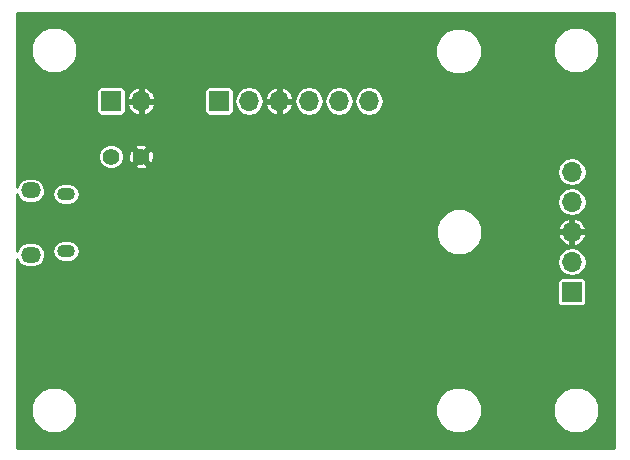
<source format=gbl>
G04 #@! TF.FileFunction,Copper,L2,Bot,Signal*
%FSLAX46Y46*%
G04 Gerber Fmt 4.6, Leading zero omitted, Abs format (unit mm)*
G04 Created by KiCad (PCBNEW 4.0.6+dfsg1-1) date Wed May  9 15:43:23 2018*
%MOMM*%
%LPD*%
G01*
G04 APERTURE LIST*
%ADD10C,0.100000*%
%ADD11C,1.400000*%
%ADD12R,1.700000X1.700000*%
%ADD13O,1.700000X1.700000*%
%ADD14O,1.500000X1.100000*%
%ADD15O,1.700000X1.350000*%
%ADD16C,2.000000*%
%ADD17C,0.254000*%
G04 APERTURE END LIST*
D10*
D11*
X136652000Y-102743000D03*
X139192000Y-102743000D03*
D12*
X136652000Y-98044000D03*
D13*
X139192000Y-98044000D03*
D12*
X145796000Y-98044000D03*
D13*
X148336000Y-98044000D03*
X150876000Y-98044000D03*
X153416000Y-98044000D03*
X155956000Y-98044000D03*
X158496000Y-98044000D03*
D12*
X175666400Y-114199000D03*
D13*
X175666400Y-111659000D03*
X175666400Y-109119000D03*
X175666400Y-106579000D03*
X175666400Y-104039000D03*
D14*
X132842000Y-105918000D03*
X132842000Y-110758000D03*
D15*
X129842000Y-105608000D03*
X129842000Y-111068000D03*
D16*
X171323000Y-109093000D03*
X157734000Y-116459000D03*
X138303000Y-114173000D03*
X139192000Y-100203000D03*
X139192000Y-100203000D03*
D17*
G36*
X179197000Y-127381000D02*
X128651000Y-127381000D01*
X128651000Y-124598316D01*
X129844657Y-124598316D01*
X130145611Y-125326680D01*
X130702389Y-125884431D01*
X131430226Y-126186655D01*
X132218316Y-126187343D01*
X132946680Y-125886389D01*
X133504431Y-125329611D01*
X133806655Y-124601774D01*
X133806663Y-124592316D01*
X164083857Y-124592316D01*
X164384811Y-125320680D01*
X164941589Y-125878431D01*
X165669426Y-126180655D01*
X166457516Y-126181343D01*
X167185880Y-125880389D01*
X167743631Y-125323611D01*
X168044799Y-124598316D01*
X174040657Y-124598316D01*
X174341611Y-125326680D01*
X174898389Y-125884431D01*
X175626226Y-126186655D01*
X176414316Y-126187343D01*
X177142680Y-125886389D01*
X177700431Y-125329611D01*
X178002655Y-124601774D01*
X178003343Y-123813684D01*
X177702389Y-123085320D01*
X177145611Y-122527569D01*
X176417774Y-122225345D01*
X175629684Y-122224657D01*
X174901320Y-122525611D01*
X174343569Y-123082389D01*
X174041345Y-123810226D01*
X174040657Y-124598316D01*
X168044799Y-124598316D01*
X168045855Y-124595774D01*
X168046543Y-123807684D01*
X167745589Y-123079320D01*
X167188811Y-122521569D01*
X166460974Y-122219345D01*
X165672884Y-122218657D01*
X164944520Y-122519611D01*
X164386769Y-123076389D01*
X164084545Y-123804226D01*
X164083857Y-124592316D01*
X133806663Y-124592316D01*
X133807343Y-123813684D01*
X133506389Y-123085320D01*
X132949611Y-122527569D01*
X132221774Y-122225345D01*
X131433684Y-122224657D01*
X130705320Y-122525611D01*
X130147569Y-123082389D01*
X129845345Y-123810226D01*
X129844657Y-124598316D01*
X128651000Y-124598316D01*
X128651000Y-113349000D01*
X174427936Y-113349000D01*
X174427936Y-115049000D01*
X174454503Y-115190190D01*
X174537946Y-115319865D01*
X174665266Y-115406859D01*
X174816400Y-115437464D01*
X176516400Y-115437464D01*
X176657590Y-115410897D01*
X176787265Y-115327454D01*
X176874259Y-115200134D01*
X176904864Y-115049000D01*
X176904864Y-113349000D01*
X176878297Y-113207810D01*
X176794854Y-113078135D01*
X176667534Y-112991141D01*
X176516400Y-112960536D01*
X174816400Y-112960536D01*
X174675210Y-112987103D01*
X174545535Y-113070546D01*
X174458541Y-113197866D01*
X174427936Y-113349000D01*
X128651000Y-113349000D01*
X128651000Y-111390339D01*
X128667266Y-111472114D01*
X128896178Y-111814705D01*
X129238769Y-112043617D01*
X129642883Y-112124000D01*
X130041117Y-112124000D01*
X130445231Y-112043617D01*
X130787822Y-111814705D01*
X131016734Y-111472114D01*
X131097117Y-111068000D01*
X131035455Y-110758000D01*
X131688842Y-110758000D01*
X131759710Y-111114278D01*
X131961526Y-111416316D01*
X132263564Y-111618132D01*
X132619842Y-111689000D01*
X133064158Y-111689000D01*
X133214978Y-111659000D01*
X174411283Y-111659000D01*
X174504987Y-112130083D01*
X174771835Y-112529448D01*
X175171200Y-112796296D01*
X175642283Y-112890000D01*
X175690517Y-112890000D01*
X176161600Y-112796296D01*
X176560965Y-112529448D01*
X176827813Y-112130083D01*
X176921517Y-111659000D01*
X176827813Y-111187917D01*
X176560965Y-110788552D01*
X176161600Y-110521704D01*
X175690517Y-110428000D01*
X175642283Y-110428000D01*
X175171200Y-110521704D01*
X174771835Y-110788552D01*
X174504987Y-111187917D01*
X174411283Y-111659000D01*
X133214978Y-111659000D01*
X133420436Y-111618132D01*
X133722474Y-111416316D01*
X133924290Y-111114278D01*
X133995158Y-110758000D01*
X133924290Y-110401722D01*
X133722474Y-110099684D01*
X133420436Y-109897868D01*
X133064158Y-109827000D01*
X132619842Y-109827000D01*
X132263564Y-109897868D01*
X131961526Y-110099684D01*
X131759710Y-110401722D01*
X131688842Y-110758000D01*
X131035455Y-110758000D01*
X131016734Y-110663886D01*
X130787822Y-110321295D01*
X130445231Y-110092383D01*
X130041117Y-110012000D01*
X129642883Y-110012000D01*
X129238769Y-110092383D01*
X128896178Y-110321295D01*
X128667266Y-110663886D01*
X128651000Y-110745661D01*
X128651000Y-109510716D01*
X164134657Y-109510716D01*
X164435611Y-110239080D01*
X164992389Y-110796831D01*
X165720226Y-111099055D01*
X166508316Y-111099743D01*
X167236680Y-110798789D01*
X167794431Y-110242011D01*
X168096655Y-109514174D01*
X168096723Y-109435980D01*
X174476911Y-109435980D01*
X174601155Y-109735964D01*
X174918344Y-110096652D01*
X175349418Y-110308501D01*
X175539400Y-110248193D01*
X175539400Y-109246000D01*
X175793400Y-109246000D01*
X175793400Y-110248193D01*
X175983382Y-110308501D01*
X176414456Y-110096652D01*
X176731645Y-109735964D01*
X176855889Y-109435980D01*
X176795027Y-109246000D01*
X175793400Y-109246000D01*
X175539400Y-109246000D01*
X174537773Y-109246000D01*
X174476911Y-109435980D01*
X168096723Y-109435980D01*
X168097276Y-108802020D01*
X174476911Y-108802020D01*
X174537773Y-108992000D01*
X175539400Y-108992000D01*
X175539400Y-107989807D01*
X175793400Y-107989807D01*
X175793400Y-108992000D01*
X176795027Y-108992000D01*
X176855889Y-108802020D01*
X176731645Y-108502036D01*
X176414456Y-108141348D01*
X175983382Y-107929499D01*
X175793400Y-107989807D01*
X175539400Y-107989807D01*
X175349418Y-107929499D01*
X174918344Y-108141348D01*
X174601155Y-108502036D01*
X174476911Y-108802020D01*
X168097276Y-108802020D01*
X168097343Y-108726084D01*
X167796389Y-107997720D01*
X167239611Y-107439969D01*
X166511774Y-107137745D01*
X165723684Y-107137057D01*
X164995320Y-107438011D01*
X164437569Y-107994789D01*
X164135345Y-108722626D01*
X164134657Y-109510716D01*
X128651000Y-109510716D01*
X128651000Y-105930339D01*
X128667266Y-106012114D01*
X128896178Y-106354705D01*
X129238769Y-106583617D01*
X129642883Y-106664000D01*
X130041117Y-106664000D01*
X130445231Y-106583617D01*
X130787822Y-106354705D01*
X131016734Y-106012114D01*
X131035454Y-105918000D01*
X131688842Y-105918000D01*
X131759710Y-106274278D01*
X131961526Y-106576316D01*
X132263564Y-106778132D01*
X132619842Y-106849000D01*
X133064158Y-106849000D01*
X133420436Y-106778132D01*
X133718457Y-106579000D01*
X174411283Y-106579000D01*
X174504987Y-107050083D01*
X174771835Y-107449448D01*
X175171200Y-107716296D01*
X175642283Y-107810000D01*
X175690517Y-107810000D01*
X176161600Y-107716296D01*
X176560965Y-107449448D01*
X176827813Y-107050083D01*
X176921517Y-106579000D01*
X176827813Y-106107917D01*
X176560965Y-105708552D01*
X176161600Y-105441704D01*
X175690517Y-105348000D01*
X175642283Y-105348000D01*
X175171200Y-105441704D01*
X174771835Y-105708552D01*
X174504987Y-106107917D01*
X174411283Y-106579000D01*
X133718457Y-106579000D01*
X133722474Y-106576316D01*
X133924290Y-106274278D01*
X133995158Y-105918000D01*
X133924290Y-105561722D01*
X133722474Y-105259684D01*
X133420436Y-105057868D01*
X133064158Y-104987000D01*
X132619842Y-104987000D01*
X132263564Y-105057868D01*
X131961526Y-105259684D01*
X131759710Y-105561722D01*
X131688842Y-105918000D01*
X131035454Y-105918000D01*
X131097117Y-105608000D01*
X131016734Y-105203886D01*
X130787822Y-104861295D01*
X130445231Y-104632383D01*
X130041117Y-104552000D01*
X129642883Y-104552000D01*
X129238769Y-104632383D01*
X128896178Y-104861295D01*
X128667266Y-105203886D01*
X128651000Y-105285661D01*
X128651000Y-104039000D01*
X174411283Y-104039000D01*
X174504987Y-104510083D01*
X174771835Y-104909448D01*
X175171200Y-105176296D01*
X175642283Y-105270000D01*
X175690517Y-105270000D01*
X176161600Y-105176296D01*
X176560965Y-104909448D01*
X176827813Y-104510083D01*
X176921517Y-104039000D01*
X176827813Y-103567917D01*
X176560965Y-103168552D01*
X176161600Y-102901704D01*
X175690517Y-102808000D01*
X175642283Y-102808000D01*
X175171200Y-102901704D01*
X174771835Y-103168552D01*
X174504987Y-103567917D01*
X174411283Y-104039000D01*
X128651000Y-104039000D01*
X128651000Y-102957081D01*
X135570813Y-102957081D01*
X135735038Y-103354537D01*
X136038863Y-103658893D01*
X136436032Y-103823812D01*
X136866081Y-103824187D01*
X137263537Y-103659962D01*
X137384588Y-103539122D01*
X138575483Y-103539122D01*
X138651216Y-103703391D01*
X139059907Y-103837235D01*
X139488707Y-103804491D01*
X139732784Y-103703391D01*
X139808517Y-103539122D01*
X139192000Y-102922605D01*
X138575483Y-103539122D01*
X137384588Y-103539122D01*
X137567893Y-103356137D01*
X137732812Y-102958968D01*
X137733115Y-102610907D01*
X138097765Y-102610907D01*
X138130509Y-103039707D01*
X138231609Y-103283784D01*
X138395878Y-103359517D01*
X139012395Y-102743000D01*
X139371605Y-102743000D01*
X139988122Y-103359517D01*
X140152391Y-103283784D01*
X140286235Y-102875093D01*
X140253491Y-102446293D01*
X140152391Y-102202216D01*
X139988122Y-102126483D01*
X139371605Y-102743000D01*
X139012395Y-102743000D01*
X138395878Y-102126483D01*
X138231609Y-102202216D01*
X138097765Y-102610907D01*
X137733115Y-102610907D01*
X137733187Y-102528919D01*
X137568962Y-102131463D01*
X137384700Y-101946878D01*
X138575483Y-101946878D01*
X139192000Y-102563395D01*
X139808517Y-101946878D01*
X139732784Y-101782609D01*
X139324093Y-101648765D01*
X138895293Y-101681509D01*
X138651216Y-101782609D01*
X138575483Y-101946878D01*
X137384700Y-101946878D01*
X137265137Y-101827107D01*
X136867968Y-101662188D01*
X136437919Y-101661813D01*
X136040463Y-101826038D01*
X135736107Y-102129863D01*
X135571188Y-102527032D01*
X135570813Y-102957081D01*
X128651000Y-102957081D01*
X128651000Y-97194000D01*
X135413536Y-97194000D01*
X135413536Y-98894000D01*
X135440103Y-99035190D01*
X135523546Y-99164865D01*
X135650866Y-99251859D01*
X135802000Y-99282464D01*
X137502000Y-99282464D01*
X137643190Y-99255897D01*
X137772865Y-99172454D01*
X137859859Y-99045134D01*
X137890464Y-98894000D01*
X137890464Y-98360982D01*
X138002499Y-98360982D01*
X138214348Y-98792056D01*
X138575036Y-99109245D01*
X138875020Y-99233489D01*
X139065000Y-99172627D01*
X139065000Y-98171000D01*
X139319000Y-98171000D01*
X139319000Y-99172627D01*
X139508980Y-99233489D01*
X139808964Y-99109245D01*
X140169652Y-98792056D01*
X140381501Y-98360982D01*
X140321193Y-98171000D01*
X139319000Y-98171000D01*
X139065000Y-98171000D01*
X138062807Y-98171000D01*
X138002499Y-98360982D01*
X137890464Y-98360982D01*
X137890464Y-97727018D01*
X138002499Y-97727018D01*
X138062807Y-97917000D01*
X139065000Y-97917000D01*
X139065000Y-96915373D01*
X139319000Y-96915373D01*
X139319000Y-97917000D01*
X140321193Y-97917000D01*
X140381501Y-97727018D01*
X140169652Y-97295944D01*
X140053728Y-97194000D01*
X144557536Y-97194000D01*
X144557536Y-98894000D01*
X144584103Y-99035190D01*
X144667546Y-99164865D01*
X144794866Y-99251859D01*
X144946000Y-99282464D01*
X146646000Y-99282464D01*
X146787190Y-99255897D01*
X146916865Y-99172454D01*
X147003859Y-99045134D01*
X147034464Y-98894000D01*
X147034464Y-98019883D01*
X147105000Y-98019883D01*
X147105000Y-98068117D01*
X147198704Y-98539200D01*
X147465552Y-98938565D01*
X147864917Y-99205413D01*
X148336000Y-99299117D01*
X148807083Y-99205413D01*
X149206448Y-98938565D01*
X149473296Y-98539200D01*
X149508745Y-98360982D01*
X149686499Y-98360982D01*
X149898348Y-98792056D01*
X150259036Y-99109245D01*
X150559020Y-99233489D01*
X150749000Y-99172627D01*
X150749000Y-98171000D01*
X151003000Y-98171000D01*
X151003000Y-99172627D01*
X151192980Y-99233489D01*
X151492964Y-99109245D01*
X151853652Y-98792056D01*
X152065501Y-98360982D01*
X152005193Y-98171000D01*
X151003000Y-98171000D01*
X150749000Y-98171000D01*
X149746807Y-98171000D01*
X149686499Y-98360982D01*
X149508745Y-98360982D01*
X149567000Y-98068117D01*
X149567000Y-98019883D01*
X152185000Y-98019883D01*
X152185000Y-98068117D01*
X152278704Y-98539200D01*
X152545552Y-98938565D01*
X152944917Y-99205413D01*
X153416000Y-99299117D01*
X153887083Y-99205413D01*
X154286448Y-98938565D01*
X154553296Y-98539200D01*
X154647000Y-98068117D01*
X154647000Y-98019883D01*
X154725000Y-98019883D01*
X154725000Y-98068117D01*
X154818704Y-98539200D01*
X155085552Y-98938565D01*
X155484917Y-99205413D01*
X155956000Y-99299117D01*
X156427083Y-99205413D01*
X156826448Y-98938565D01*
X157093296Y-98539200D01*
X157187000Y-98068117D01*
X157187000Y-98019883D01*
X157265000Y-98019883D01*
X157265000Y-98068117D01*
X157358704Y-98539200D01*
X157625552Y-98938565D01*
X158024917Y-99205413D01*
X158496000Y-99299117D01*
X158967083Y-99205413D01*
X159366448Y-98938565D01*
X159633296Y-98539200D01*
X159727000Y-98068117D01*
X159727000Y-98019883D01*
X159633296Y-97548800D01*
X159366448Y-97149435D01*
X158967083Y-96882587D01*
X158496000Y-96788883D01*
X158024917Y-96882587D01*
X157625552Y-97149435D01*
X157358704Y-97548800D01*
X157265000Y-98019883D01*
X157187000Y-98019883D01*
X157093296Y-97548800D01*
X156826448Y-97149435D01*
X156427083Y-96882587D01*
X155956000Y-96788883D01*
X155484917Y-96882587D01*
X155085552Y-97149435D01*
X154818704Y-97548800D01*
X154725000Y-98019883D01*
X154647000Y-98019883D01*
X154553296Y-97548800D01*
X154286448Y-97149435D01*
X153887083Y-96882587D01*
X153416000Y-96788883D01*
X152944917Y-96882587D01*
X152545552Y-97149435D01*
X152278704Y-97548800D01*
X152185000Y-98019883D01*
X149567000Y-98019883D01*
X149508746Y-97727018D01*
X149686499Y-97727018D01*
X149746807Y-97917000D01*
X150749000Y-97917000D01*
X150749000Y-96915373D01*
X151003000Y-96915373D01*
X151003000Y-97917000D01*
X152005193Y-97917000D01*
X152065501Y-97727018D01*
X151853652Y-97295944D01*
X151492964Y-96978755D01*
X151192980Y-96854511D01*
X151003000Y-96915373D01*
X150749000Y-96915373D01*
X150559020Y-96854511D01*
X150259036Y-96978755D01*
X149898348Y-97295944D01*
X149686499Y-97727018D01*
X149508746Y-97727018D01*
X149473296Y-97548800D01*
X149206448Y-97149435D01*
X148807083Y-96882587D01*
X148336000Y-96788883D01*
X147864917Y-96882587D01*
X147465552Y-97149435D01*
X147198704Y-97548800D01*
X147105000Y-98019883D01*
X147034464Y-98019883D01*
X147034464Y-97194000D01*
X147007897Y-97052810D01*
X146924454Y-96923135D01*
X146797134Y-96836141D01*
X146646000Y-96805536D01*
X144946000Y-96805536D01*
X144804810Y-96832103D01*
X144675135Y-96915546D01*
X144588141Y-97042866D01*
X144557536Y-97194000D01*
X140053728Y-97194000D01*
X139808964Y-96978755D01*
X139508980Y-96854511D01*
X139319000Y-96915373D01*
X139065000Y-96915373D01*
X138875020Y-96854511D01*
X138575036Y-96978755D01*
X138214348Y-97295944D01*
X138002499Y-97727018D01*
X137890464Y-97727018D01*
X137890464Y-97194000D01*
X137863897Y-97052810D01*
X137780454Y-96923135D01*
X137653134Y-96836141D01*
X137502000Y-96805536D01*
X135802000Y-96805536D01*
X135660810Y-96832103D01*
X135531135Y-96915546D01*
X135444141Y-97042866D01*
X135413536Y-97194000D01*
X128651000Y-97194000D01*
X128651000Y-94118316D01*
X129844657Y-94118316D01*
X130145611Y-94846680D01*
X130702389Y-95404431D01*
X131430226Y-95706655D01*
X132218316Y-95707343D01*
X132946680Y-95406389D01*
X133504431Y-94849611D01*
X133777363Y-94192316D01*
X164083857Y-94192316D01*
X164384811Y-94920680D01*
X164941589Y-95478431D01*
X165669426Y-95780655D01*
X166457516Y-95781343D01*
X167185880Y-95480389D01*
X167743631Y-94923611D01*
X168045855Y-94195774D01*
X168045922Y-94118316D01*
X174040657Y-94118316D01*
X174341611Y-94846680D01*
X174898389Y-95404431D01*
X175626226Y-95706655D01*
X176414316Y-95707343D01*
X177142680Y-95406389D01*
X177700431Y-94849611D01*
X178002655Y-94121774D01*
X178003343Y-93333684D01*
X177702389Y-92605320D01*
X177145611Y-92047569D01*
X176417774Y-91745345D01*
X175629684Y-91744657D01*
X174901320Y-92045611D01*
X174343569Y-92602389D01*
X174041345Y-93330226D01*
X174040657Y-94118316D01*
X168045922Y-94118316D01*
X168046543Y-93407684D01*
X167745589Y-92679320D01*
X167188811Y-92121569D01*
X166460974Y-91819345D01*
X165672884Y-91818657D01*
X164944520Y-92119611D01*
X164386769Y-92676389D01*
X164084545Y-93404226D01*
X164083857Y-94192316D01*
X133777363Y-94192316D01*
X133806655Y-94121774D01*
X133807343Y-93333684D01*
X133506389Y-92605320D01*
X132949611Y-92047569D01*
X132221774Y-91745345D01*
X131433684Y-91744657D01*
X130705320Y-92045611D01*
X130147569Y-92602389D01*
X129845345Y-93330226D01*
X129844657Y-94118316D01*
X128651000Y-94118316D01*
X128651000Y-90551000D01*
X179197000Y-90551000D01*
X179197000Y-127381000D01*
X179197000Y-127381000D01*
G37*
X179197000Y-127381000D02*
X128651000Y-127381000D01*
X128651000Y-124598316D01*
X129844657Y-124598316D01*
X130145611Y-125326680D01*
X130702389Y-125884431D01*
X131430226Y-126186655D01*
X132218316Y-126187343D01*
X132946680Y-125886389D01*
X133504431Y-125329611D01*
X133806655Y-124601774D01*
X133806663Y-124592316D01*
X164083857Y-124592316D01*
X164384811Y-125320680D01*
X164941589Y-125878431D01*
X165669426Y-126180655D01*
X166457516Y-126181343D01*
X167185880Y-125880389D01*
X167743631Y-125323611D01*
X168044799Y-124598316D01*
X174040657Y-124598316D01*
X174341611Y-125326680D01*
X174898389Y-125884431D01*
X175626226Y-126186655D01*
X176414316Y-126187343D01*
X177142680Y-125886389D01*
X177700431Y-125329611D01*
X178002655Y-124601774D01*
X178003343Y-123813684D01*
X177702389Y-123085320D01*
X177145611Y-122527569D01*
X176417774Y-122225345D01*
X175629684Y-122224657D01*
X174901320Y-122525611D01*
X174343569Y-123082389D01*
X174041345Y-123810226D01*
X174040657Y-124598316D01*
X168044799Y-124598316D01*
X168045855Y-124595774D01*
X168046543Y-123807684D01*
X167745589Y-123079320D01*
X167188811Y-122521569D01*
X166460974Y-122219345D01*
X165672884Y-122218657D01*
X164944520Y-122519611D01*
X164386769Y-123076389D01*
X164084545Y-123804226D01*
X164083857Y-124592316D01*
X133806663Y-124592316D01*
X133807343Y-123813684D01*
X133506389Y-123085320D01*
X132949611Y-122527569D01*
X132221774Y-122225345D01*
X131433684Y-122224657D01*
X130705320Y-122525611D01*
X130147569Y-123082389D01*
X129845345Y-123810226D01*
X129844657Y-124598316D01*
X128651000Y-124598316D01*
X128651000Y-113349000D01*
X174427936Y-113349000D01*
X174427936Y-115049000D01*
X174454503Y-115190190D01*
X174537946Y-115319865D01*
X174665266Y-115406859D01*
X174816400Y-115437464D01*
X176516400Y-115437464D01*
X176657590Y-115410897D01*
X176787265Y-115327454D01*
X176874259Y-115200134D01*
X176904864Y-115049000D01*
X176904864Y-113349000D01*
X176878297Y-113207810D01*
X176794854Y-113078135D01*
X176667534Y-112991141D01*
X176516400Y-112960536D01*
X174816400Y-112960536D01*
X174675210Y-112987103D01*
X174545535Y-113070546D01*
X174458541Y-113197866D01*
X174427936Y-113349000D01*
X128651000Y-113349000D01*
X128651000Y-111390339D01*
X128667266Y-111472114D01*
X128896178Y-111814705D01*
X129238769Y-112043617D01*
X129642883Y-112124000D01*
X130041117Y-112124000D01*
X130445231Y-112043617D01*
X130787822Y-111814705D01*
X131016734Y-111472114D01*
X131097117Y-111068000D01*
X131035455Y-110758000D01*
X131688842Y-110758000D01*
X131759710Y-111114278D01*
X131961526Y-111416316D01*
X132263564Y-111618132D01*
X132619842Y-111689000D01*
X133064158Y-111689000D01*
X133214978Y-111659000D01*
X174411283Y-111659000D01*
X174504987Y-112130083D01*
X174771835Y-112529448D01*
X175171200Y-112796296D01*
X175642283Y-112890000D01*
X175690517Y-112890000D01*
X176161600Y-112796296D01*
X176560965Y-112529448D01*
X176827813Y-112130083D01*
X176921517Y-111659000D01*
X176827813Y-111187917D01*
X176560965Y-110788552D01*
X176161600Y-110521704D01*
X175690517Y-110428000D01*
X175642283Y-110428000D01*
X175171200Y-110521704D01*
X174771835Y-110788552D01*
X174504987Y-111187917D01*
X174411283Y-111659000D01*
X133214978Y-111659000D01*
X133420436Y-111618132D01*
X133722474Y-111416316D01*
X133924290Y-111114278D01*
X133995158Y-110758000D01*
X133924290Y-110401722D01*
X133722474Y-110099684D01*
X133420436Y-109897868D01*
X133064158Y-109827000D01*
X132619842Y-109827000D01*
X132263564Y-109897868D01*
X131961526Y-110099684D01*
X131759710Y-110401722D01*
X131688842Y-110758000D01*
X131035455Y-110758000D01*
X131016734Y-110663886D01*
X130787822Y-110321295D01*
X130445231Y-110092383D01*
X130041117Y-110012000D01*
X129642883Y-110012000D01*
X129238769Y-110092383D01*
X128896178Y-110321295D01*
X128667266Y-110663886D01*
X128651000Y-110745661D01*
X128651000Y-109510716D01*
X164134657Y-109510716D01*
X164435611Y-110239080D01*
X164992389Y-110796831D01*
X165720226Y-111099055D01*
X166508316Y-111099743D01*
X167236680Y-110798789D01*
X167794431Y-110242011D01*
X168096655Y-109514174D01*
X168096723Y-109435980D01*
X174476911Y-109435980D01*
X174601155Y-109735964D01*
X174918344Y-110096652D01*
X175349418Y-110308501D01*
X175539400Y-110248193D01*
X175539400Y-109246000D01*
X175793400Y-109246000D01*
X175793400Y-110248193D01*
X175983382Y-110308501D01*
X176414456Y-110096652D01*
X176731645Y-109735964D01*
X176855889Y-109435980D01*
X176795027Y-109246000D01*
X175793400Y-109246000D01*
X175539400Y-109246000D01*
X174537773Y-109246000D01*
X174476911Y-109435980D01*
X168096723Y-109435980D01*
X168097276Y-108802020D01*
X174476911Y-108802020D01*
X174537773Y-108992000D01*
X175539400Y-108992000D01*
X175539400Y-107989807D01*
X175793400Y-107989807D01*
X175793400Y-108992000D01*
X176795027Y-108992000D01*
X176855889Y-108802020D01*
X176731645Y-108502036D01*
X176414456Y-108141348D01*
X175983382Y-107929499D01*
X175793400Y-107989807D01*
X175539400Y-107989807D01*
X175349418Y-107929499D01*
X174918344Y-108141348D01*
X174601155Y-108502036D01*
X174476911Y-108802020D01*
X168097276Y-108802020D01*
X168097343Y-108726084D01*
X167796389Y-107997720D01*
X167239611Y-107439969D01*
X166511774Y-107137745D01*
X165723684Y-107137057D01*
X164995320Y-107438011D01*
X164437569Y-107994789D01*
X164135345Y-108722626D01*
X164134657Y-109510716D01*
X128651000Y-109510716D01*
X128651000Y-105930339D01*
X128667266Y-106012114D01*
X128896178Y-106354705D01*
X129238769Y-106583617D01*
X129642883Y-106664000D01*
X130041117Y-106664000D01*
X130445231Y-106583617D01*
X130787822Y-106354705D01*
X131016734Y-106012114D01*
X131035454Y-105918000D01*
X131688842Y-105918000D01*
X131759710Y-106274278D01*
X131961526Y-106576316D01*
X132263564Y-106778132D01*
X132619842Y-106849000D01*
X133064158Y-106849000D01*
X133420436Y-106778132D01*
X133718457Y-106579000D01*
X174411283Y-106579000D01*
X174504987Y-107050083D01*
X174771835Y-107449448D01*
X175171200Y-107716296D01*
X175642283Y-107810000D01*
X175690517Y-107810000D01*
X176161600Y-107716296D01*
X176560965Y-107449448D01*
X176827813Y-107050083D01*
X176921517Y-106579000D01*
X176827813Y-106107917D01*
X176560965Y-105708552D01*
X176161600Y-105441704D01*
X175690517Y-105348000D01*
X175642283Y-105348000D01*
X175171200Y-105441704D01*
X174771835Y-105708552D01*
X174504987Y-106107917D01*
X174411283Y-106579000D01*
X133718457Y-106579000D01*
X133722474Y-106576316D01*
X133924290Y-106274278D01*
X133995158Y-105918000D01*
X133924290Y-105561722D01*
X133722474Y-105259684D01*
X133420436Y-105057868D01*
X133064158Y-104987000D01*
X132619842Y-104987000D01*
X132263564Y-105057868D01*
X131961526Y-105259684D01*
X131759710Y-105561722D01*
X131688842Y-105918000D01*
X131035454Y-105918000D01*
X131097117Y-105608000D01*
X131016734Y-105203886D01*
X130787822Y-104861295D01*
X130445231Y-104632383D01*
X130041117Y-104552000D01*
X129642883Y-104552000D01*
X129238769Y-104632383D01*
X128896178Y-104861295D01*
X128667266Y-105203886D01*
X128651000Y-105285661D01*
X128651000Y-104039000D01*
X174411283Y-104039000D01*
X174504987Y-104510083D01*
X174771835Y-104909448D01*
X175171200Y-105176296D01*
X175642283Y-105270000D01*
X175690517Y-105270000D01*
X176161600Y-105176296D01*
X176560965Y-104909448D01*
X176827813Y-104510083D01*
X176921517Y-104039000D01*
X176827813Y-103567917D01*
X176560965Y-103168552D01*
X176161600Y-102901704D01*
X175690517Y-102808000D01*
X175642283Y-102808000D01*
X175171200Y-102901704D01*
X174771835Y-103168552D01*
X174504987Y-103567917D01*
X174411283Y-104039000D01*
X128651000Y-104039000D01*
X128651000Y-102957081D01*
X135570813Y-102957081D01*
X135735038Y-103354537D01*
X136038863Y-103658893D01*
X136436032Y-103823812D01*
X136866081Y-103824187D01*
X137263537Y-103659962D01*
X137384588Y-103539122D01*
X138575483Y-103539122D01*
X138651216Y-103703391D01*
X139059907Y-103837235D01*
X139488707Y-103804491D01*
X139732784Y-103703391D01*
X139808517Y-103539122D01*
X139192000Y-102922605D01*
X138575483Y-103539122D01*
X137384588Y-103539122D01*
X137567893Y-103356137D01*
X137732812Y-102958968D01*
X137733115Y-102610907D01*
X138097765Y-102610907D01*
X138130509Y-103039707D01*
X138231609Y-103283784D01*
X138395878Y-103359517D01*
X139012395Y-102743000D01*
X139371605Y-102743000D01*
X139988122Y-103359517D01*
X140152391Y-103283784D01*
X140286235Y-102875093D01*
X140253491Y-102446293D01*
X140152391Y-102202216D01*
X139988122Y-102126483D01*
X139371605Y-102743000D01*
X139012395Y-102743000D01*
X138395878Y-102126483D01*
X138231609Y-102202216D01*
X138097765Y-102610907D01*
X137733115Y-102610907D01*
X137733187Y-102528919D01*
X137568962Y-102131463D01*
X137384700Y-101946878D01*
X138575483Y-101946878D01*
X139192000Y-102563395D01*
X139808517Y-101946878D01*
X139732784Y-101782609D01*
X139324093Y-101648765D01*
X138895293Y-101681509D01*
X138651216Y-101782609D01*
X138575483Y-101946878D01*
X137384700Y-101946878D01*
X137265137Y-101827107D01*
X136867968Y-101662188D01*
X136437919Y-101661813D01*
X136040463Y-101826038D01*
X135736107Y-102129863D01*
X135571188Y-102527032D01*
X135570813Y-102957081D01*
X128651000Y-102957081D01*
X128651000Y-97194000D01*
X135413536Y-97194000D01*
X135413536Y-98894000D01*
X135440103Y-99035190D01*
X135523546Y-99164865D01*
X135650866Y-99251859D01*
X135802000Y-99282464D01*
X137502000Y-99282464D01*
X137643190Y-99255897D01*
X137772865Y-99172454D01*
X137859859Y-99045134D01*
X137890464Y-98894000D01*
X137890464Y-98360982D01*
X138002499Y-98360982D01*
X138214348Y-98792056D01*
X138575036Y-99109245D01*
X138875020Y-99233489D01*
X139065000Y-99172627D01*
X139065000Y-98171000D01*
X139319000Y-98171000D01*
X139319000Y-99172627D01*
X139508980Y-99233489D01*
X139808964Y-99109245D01*
X140169652Y-98792056D01*
X140381501Y-98360982D01*
X140321193Y-98171000D01*
X139319000Y-98171000D01*
X139065000Y-98171000D01*
X138062807Y-98171000D01*
X138002499Y-98360982D01*
X137890464Y-98360982D01*
X137890464Y-97727018D01*
X138002499Y-97727018D01*
X138062807Y-97917000D01*
X139065000Y-97917000D01*
X139065000Y-96915373D01*
X139319000Y-96915373D01*
X139319000Y-97917000D01*
X140321193Y-97917000D01*
X140381501Y-97727018D01*
X140169652Y-97295944D01*
X140053728Y-97194000D01*
X144557536Y-97194000D01*
X144557536Y-98894000D01*
X144584103Y-99035190D01*
X144667546Y-99164865D01*
X144794866Y-99251859D01*
X144946000Y-99282464D01*
X146646000Y-99282464D01*
X146787190Y-99255897D01*
X146916865Y-99172454D01*
X147003859Y-99045134D01*
X147034464Y-98894000D01*
X147034464Y-98019883D01*
X147105000Y-98019883D01*
X147105000Y-98068117D01*
X147198704Y-98539200D01*
X147465552Y-98938565D01*
X147864917Y-99205413D01*
X148336000Y-99299117D01*
X148807083Y-99205413D01*
X149206448Y-98938565D01*
X149473296Y-98539200D01*
X149508745Y-98360982D01*
X149686499Y-98360982D01*
X149898348Y-98792056D01*
X150259036Y-99109245D01*
X150559020Y-99233489D01*
X150749000Y-99172627D01*
X150749000Y-98171000D01*
X151003000Y-98171000D01*
X151003000Y-99172627D01*
X151192980Y-99233489D01*
X151492964Y-99109245D01*
X151853652Y-98792056D01*
X152065501Y-98360982D01*
X152005193Y-98171000D01*
X151003000Y-98171000D01*
X150749000Y-98171000D01*
X149746807Y-98171000D01*
X149686499Y-98360982D01*
X149508745Y-98360982D01*
X149567000Y-98068117D01*
X149567000Y-98019883D01*
X152185000Y-98019883D01*
X152185000Y-98068117D01*
X152278704Y-98539200D01*
X152545552Y-98938565D01*
X152944917Y-99205413D01*
X153416000Y-99299117D01*
X153887083Y-99205413D01*
X154286448Y-98938565D01*
X154553296Y-98539200D01*
X154647000Y-98068117D01*
X154647000Y-98019883D01*
X154725000Y-98019883D01*
X154725000Y-98068117D01*
X154818704Y-98539200D01*
X155085552Y-98938565D01*
X155484917Y-99205413D01*
X155956000Y-99299117D01*
X156427083Y-99205413D01*
X156826448Y-98938565D01*
X157093296Y-98539200D01*
X157187000Y-98068117D01*
X157187000Y-98019883D01*
X157265000Y-98019883D01*
X157265000Y-98068117D01*
X157358704Y-98539200D01*
X157625552Y-98938565D01*
X158024917Y-99205413D01*
X158496000Y-99299117D01*
X158967083Y-99205413D01*
X159366448Y-98938565D01*
X159633296Y-98539200D01*
X159727000Y-98068117D01*
X159727000Y-98019883D01*
X159633296Y-97548800D01*
X159366448Y-97149435D01*
X158967083Y-96882587D01*
X158496000Y-96788883D01*
X158024917Y-96882587D01*
X157625552Y-97149435D01*
X157358704Y-97548800D01*
X157265000Y-98019883D01*
X157187000Y-98019883D01*
X157093296Y-97548800D01*
X156826448Y-97149435D01*
X156427083Y-96882587D01*
X155956000Y-96788883D01*
X155484917Y-96882587D01*
X155085552Y-97149435D01*
X154818704Y-97548800D01*
X154725000Y-98019883D01*
X154647000Y-98019883D01*
X154553296Y-97548800D01*
X154286448Y-97149435D01*
X153887083Y-96882587D01*
X153416000Y-96788883D01*
X152944917Y-96882587D01*
X152545552Y-97149435D01*
X152278704Y-97548800D01*
X152185000Y-98019883D01*
X149567000Y-98019883D01*
X149508746Y-97727018D01*
X149686499Y-97727018D01*
X149746807Y-97917000D01*
X150749000Y-97917000D01*
X150749000Y-96915373D01*
X151003000Y-96915373D01*
X151003000Y-97917000D01*
X152005193Y-97917000D01*
X152065501Y-97727018D01*
X151853652Y-97295944D01*
X151492964Y-96978755D01*
X151192980Y-96854511D01*
X151003000Y-96915373D01*
X150749000Y-96915373D01*
X150559020Y-96854511D01*
X150259036Y-96978755D01*
X149898348Y-97295944D01*
X149686499Y-97727018D01*
X149508746Y-97727018D01*
X149473296Y-97548800D01*
X149206448Y-97149435D01*
X148807083Y-96882587D01*
X148336000Y-96788883D01*
X147864917Y-96882587D01*
X147465552Y-97149435D01*
X147198704Y-97548800D01*
X147105000Y-98019883D01*
X147034464Y-98019883D01*
X147034464Y-97194000D01*
X147007897Y-97052810D01*
X146924454Y-96923135D01*
X146797134Y-96836141D01*
X146646000Y-96805536D01*
X144946000Y-96805536D01*
X144804810Y-96832103D01*
X144675135Y-96915546D01*
X144588141Y-97042866D01*
X144557536Y-97194000D01*
X140053728Y-97194000D01*
X139808964Y-96978755D01*
X139508980Y-96854511D01*
X139319000Y-96915373D01*
X139065000Y-96915373D01*
X138875020Y-96854511D01*
X138575036Y-96978755D01*
X138214348Y-97295944D01*
X138002499Y-97727018D01*
X137890464Y-97727018D01*
X137890464Y-97194000D01*
X137863897Y-97052810D01*
X137780454Y-96923135D01*
X137653134Y-96836141D01*
X137502000Y-96805536D01*
X135802000Y-96805536D01*
X135660810Y-96832103D01*
X135531135Y-96915546D01*
X135444141Y-97042866D01*
X135413536Y-97194000D01*
X128651000Y-97194000D01*
X128651000Y-94118316D01*
X129844657Y-94118316D01*
X130145611Y-94846680D01*
X130702389Y-95404431D01*
X131430226Y-95706655D01*
X132218316Y-95707343D01*
X132946680Y-95406389D01*
X133504431Y-94849611D01*
X133777363Y-94192316D01*
X164083857Y-94192316D01*
X164384811Y-94920680D01*
X164941589Y-95478431D01*
X165669426Y-95780655D01*
X166457516Y-95781343D01*
X167185880Y-95480389D01*
X167743631Y-94923611D01*
X168045855Y-94195774D01*
X168045922Y-94118316D01*
X174040657Y-94118316D01*
X174341611Y-94846680D01*
X174898389Y-95404431D01*
X175626226Y-95706655D01*
X176414316Y-95707343D01*
X177142680Y-95406389D01*
X177700431Y-94849611D01*
X178002655Y-94121774D01*
X178003343Y-93333684D01*
X177702389Y-92605320D01*
X177145611Y-92047569D01*
X176417774Y-91745345D01*
X175629684Y-91744657D01*
X174901320Y-92045611D01*
X174343569Y-92602389D01*
X174041345Y-93330226D01*
X174040657Y-94118316D01*
X168045922Y-94118316D01*
X168046543Y-93407684D01*
X167745589Y-92679320D01*
X167188811Y-92121569D01*
X166460974Y-91819345D01*
X165672884Y-91818657D01*
X164944520Y-92119611D01*
X164386769Y-92676389D01*
X164084545Y-93404226D01*
X164083857Y-94192316D01*
X133777363Y-94192316D01*
X133806655Y-94121774D01*
X133807343Y-93333684D01*
X133506389Y-92605320D01*
X132949611Y-92047569D01*
X132221774Y-91745345D01*
X131433684Y-91744657D01*
X130705320Y-92045611D01*
X130147569Y-92602389D01*
X129845345Y-93330226D01*
X129844657Y-94118316D01*
X128651000Y-94118316D01*
X128651000Y-90551000D01*
X179197000Y-90551000D01*
X179197000Y-127381000D01*
M02*

</source>
